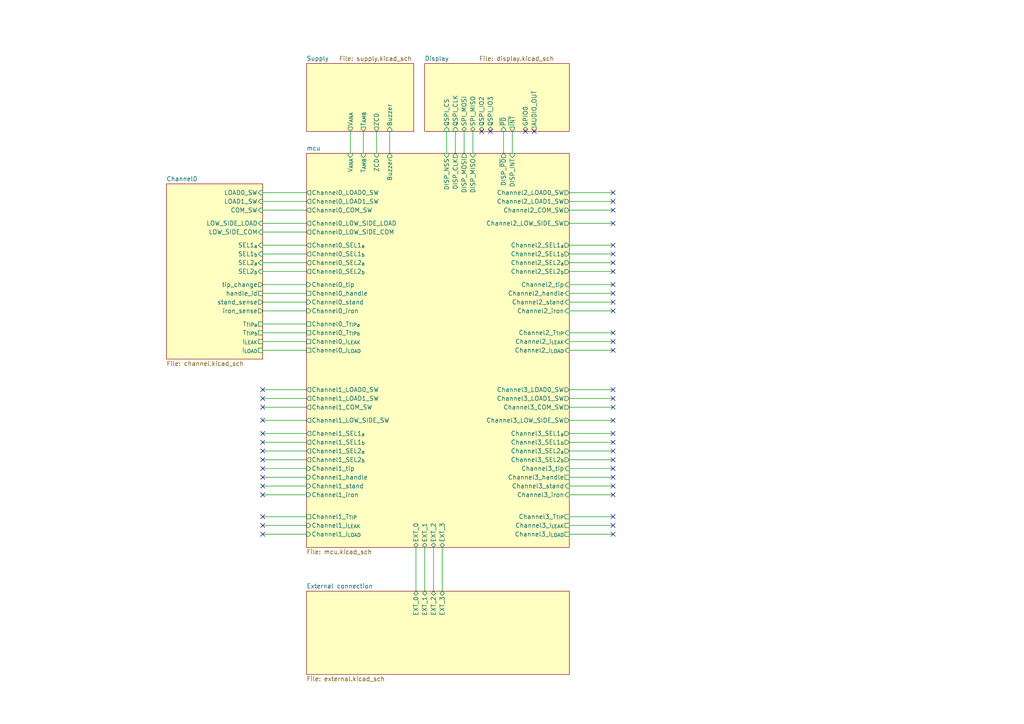
<source format=kicad_sch>
(kicad_sch
	(version 20231120)
	(generator "eeschema")
	(generator_version "8.0")
	(uuid "04e99464-bf33-4a4f-8397-d26b5ec904f3")
	(paper "A4")
	(lib_symbols)
	(no_connect
		(at 177.8 55.88)
		(uuid "05933aad-ec14-453c-a1d9-16c9fbd248e3")
	)
	(no_connect
		(at 177.8 90.17)
		(uuid "0655de07-e053-4467-a859-f1add6d4069b")
	)
	(no_connect
		(at 177.8 76.2)
		(uuid "1adf9922-5fec-49d0-9c72-2ec3337428eb")
	)
	(no_connect
		(at 76.2 152.4)
		(uuid "24d21659-ec83-4418-b514-d6654b769204")
	)
	(no_connect
		(at 76.2 140.97)
		(uuid "296eae09-d53a-4026-9dfc-88c68d08d02f")
	)
	(no_connect
		(at 76.2 130.81)
		(uuid "2b9d6b70-8155-4e5e-b64e-7f1a97e62b41")
	)
	(no_connect
		(at 177.8 85.09)
		(uuid "2c404209-ac8c-40bd-88f5-2bdfad5dfef3")
	)
	(no_connect
		(at 177.8 82.55)
		(uuid "3287e019-cb5d-4b73-ba8d-ba5bbdd374a9")
	)
	(no_connect
		(at 177.8 128.27)
		(uuid "3345a458-a8a8-4447-9118-403a5c239da6")
	)
	(no_connect
		(at 152.4 38.1)
		(uuid "40eab2e3-beb8-4107-9a4f-90bc7cbe186c")
	)
	(no_connect
		(at 177.8 78.74)
		(uuid "41edcf13-a4fd-431a-a90f-62352b8e56b6")
	)
	(no_connect
		(at 177.8 73.66)
		(uuid "43023b80-1c93-470e-8f26-f5a09e3745df")
	)
	(no_connect
		(at 139.7 38.1)
		(uuid "438502be-affa-4b56-b887-4ec44b7f8826")
	)
	(no_connect
		(at 76.2 121.92)
		(uuid "47a290c0-09a0-47b2-af4b-9b584ffac528")
	)
	(no_connect
		(at 76.2 125.73)
		(uuid "4a39fc56-5870-4814-9e15-19814545a5f4")
	)
	(no_connect
		(at 76.2 154.94)
		(uuid "4aa95b94-f0b2-4ad7-bb50-08c421fd664a")
	)
	(no_connect
		(at 177.8 99.06)
		(uuid "55a3fe45-88e4-4d75-9d24-6124c4e368e6")
	)
	(no_connect
		(at 76.2 118.11)
		(uuid "56dde760-99ba-4286-aba3-b02c1e481ad3")
	)
	(no_connect
		(at 177.8 87.63)
		(uuid "5703c8ea-78e7-4edf-a741-9c3b9a320590")
	)
	(no_connect
		(at 177.8 115.57)
		(uuid "57e0ddfe-e579-4bc3-929d-21a9b0284dd3")
	)
	(no_connect
		(at 177.8 60.96)
		(uuid "601cb7e9-ff6c-4376-a805-85d3c8cb4f18")
	)
	(no_connect
		(at 76.2 149.86)
		(uuid "608c297c-f3cb-4402-b9bd-516d98ef6c7c")
	)
	(no_connect
		(at 177.8 121.92)
		(uuid "63f13392-cf31-4ac5-8c0e-d42c3601deb8")
	)
	(no_connect
		(at 76.2 115.57)
		(uuid "66242b07-3254-4e24-86b7-0605c3ca6a3e")
	)
	(no_connect
		(at 177.8 125.73)
		(uuid "67be63cd-dfd4-4b92-921d-36e888f2756c")
	)
	(no_connect
		(at 177.8 140.97)
		(uuid "77501906-298a-4aa8-81dc-9625ab3f1d2a")
	)
	(no_connect
		(at 177.8 154.94)
		(uuid "7d4e041b-6061-482b-b1e8-23ae6d56c4c4")
	)
	(no_connect
		(at 177.8 138.43)
		(uuid "807a24db-d648-47aa-841a-093f1a3218fd")
	)
	(no_connect
		(at 177.8 71.12)
		(uuid "81f205f7-4f3f-4a85-aad9-23b84df31167")
	)
	(no_connect
		(at 177.8 143.51)
		(uuid "9823e46d-c687-4bb4-9a2c-fd3daa1bd577")
	)
	(no_connect
		(at 142.24 38.1)
		(uuid "9d5f37d3-e46d-46cb-9c46-27d44fe589b3")
	)
	(no_connect
		(at 76.2 143.51)
		(uuid "a24b6b05-2eb4-4150-bbed-fb6eabd9be44")
	)
	(no_connect
		(at 177.8 118.11)
		(uuid "a5e39ddd-12ab-4e8c-bcb3-f48db0288c24")
	)
	(no_connect
		(at 177.8 101.6)
		(uuid "adaa0b41-782c-41ee-9607-e62d8cec9a7e")
	)
	(no_connect
		(at 177.8 64.77)
		(uuid "b79866a6-9966-4215-8a6c-80de7f392129")
	)
	(no_connect
		(at 154.94 38.1)
		(uuid "b8501e99-037e-45fb-8361-84842c1ecdef")
	)
	(no_connect
		(at 177.8 149.86)
		(uuid "c3bd01fb-ff69-4361-a5e1-a2ea8feb6e9b")
	)
	(no_connect
		(at 76.2 133.35)
		(uuid "c4b620f0-b2d1-4b3f-8f6b-f8ed133c6f52")
	)
	(no_connect
		(at 177.8 135.89)
		(uuid "c5e49322-f3b9-460c-97ef-0c3f1f381464")
	)
	(no_connect
		(at 177.8 152.4)
		(uuid "c62e51dd-0db9-4a3a-a629-602817f73f21")
	)
	(no_connect
		(at 76.2 113.03)
		(uuid "d156703d-eb04-495e-9507-16bc45918569")
	)
	(no_connect
		(at 177.8 113.03)
		(uuid "d264818b-abcd-4ebe-9461-3790b545b829")
	)
	(no_connect
		(at 177.8 130.81)
		(uuid "d350a089-3103-40d0-a485-0d3107cfc6d8")
	)
	(no_connect
		(at 177.8 58.42)
		(uuid "dcf40791-4ba1-463b-882c-e9b2842a6ffd")
	)
	(no_connect
		(at 76.2 138.43)
		(uuid "ddb644e6-d18e-4493-b495-8ee176bf6f72")
	)
	(no_connect
		(at 76.2 135.89)
		(uuid "e9f2123f-d20f-46bb-ac1e-5b0c0785733a")
	)
	(no_connect
		(at 76.2 128.27)
		(uuid "faf7391f-b434-458d-9901-ff6786f3791b")
	)
	(no_connect
		(at 177.8 96.52)
		(uuid "fc830e71-a2b7-43ee-b199-d1a8669984ba")
	)
	(no_connect
		(at 177.8 133.35)
		(uuid "ff921946-eb17-4e40-b39a-12a8eba3038e")
	)
	(wire
		(pts
			(xy 76.2 121.92) (xy 88.9 121.92)
		)
		(stroke
			(width 0)
			(type default)
		)
		(uuid "08356c85-ed77-4910-9e53-f7fbf03ee10f")
	)
	(wire
		(pts
			(xy 165.1 101.6) (xy 177.8 101.6)
		)
		(stroke
			(width 0)
			(type default)
		)
		(uuid "0b44135d-2969-4fbf-909e-e6f22437c317")
	)
	(wire
		(pts
			(xy 165.1 143.51) (xy 177.8 143.51)
		)
		(stroke
			(width 0)
			(type default)
		)
		(uuid "0ecd73f8-2e98-4031-abea-a42fd5f1e20a")
	)
	(wire
		(pts
			(xy 165.1 130.81) (xy 177.8 130.81)
		)
		(stroke
			(width 0)
			(type default)
		)
		(uuid "1a7b9502-67a8-4378-a0ac-a060f78b6ea1")
	)
	(wire
		(pts
			(xy 76.2 113.03) (xy 88.9 113.03)
		)
		(stroke
			(width 0)
			(type default)
		)
		(uuid "1bf53775-a4f3-4dba-b278-dd52d05d7ddf")
	)
	(wire
		(pts
			(xy 76.2 64.77) (xy 88.9 64.77)
		)
		(stroke
			(width 0)
			(type default)
		)
		(uuid "1c74d963-14a0-4449-b9f2-c1360eb34b41")
	)
	(wire
		(pts
			(xy 123.19 158.75) (xy 123.19 171.45)
		)
		(stroke
			(width 0)
			(type default)
		)
		(uuid "20e0c068-3d02-421c-a1ba-4c53c73aed3e")
	)
	(wire
		(pts
			(xy 76.2 58.42) (xy 88.9 58.42)
		)
		(stroke
			(width 0)
			(type default)
		)
		(uuid "2f591bf3-b17d-4754-bd18-4410d453b53c")
	)
	(wire
		(pts
			(xy 165.1 96.52) (xy 177.8 96.52)
		)
		(stroke
			(width 0)
			(type default)
		)
		(uuid "318a3a43-4769-484b-ae9b-d550b945651a")
	)
	(wire
		(pts
			(xy 165.1 133.35) (xy 177.8 133.35)
		)
		(stroke
			(width 0)
			(type default)
		)
		(uuid "38affdc9-6e92-454f-b0c4-ef1ec6e2dfc6")
	)
	(wire
		(pts
			(xy 76.2 143.51) (xy 88.9 143.51)
		)
		(stroke
			(width 0)
			(type default)
		)
		(uuid "3a89b9cf-8dcf-489b-8456-6ac873f8de6c")
	)
	(wire
		(pts
			(xy 113.03 38.1) (xy 113.03 44.45)
		)
		(stroke
			(width 0)
			(type default)
		)
		(uuid "3fc9d6c5-7b7b-4f1c-a7bf-47786562dc61")
	)
	(wire
		(pts
			(xy 165.1 113.03) (xy 177.8 113.03)
		)
		(stroke
			(width 0)
			(type default)
		)
		(uuid "416cc922-df8a-4bf3-b3a1-f6db36b797f7")
	)
	(wire
		(pts
			(xy 105.41 38.1) (xy 105.41 44.45)
		)
		(stroke
			(width 0)
			(type default)
		)
		(uuid "42253e29-0911-457a-b9e7-e308896f756c")
	)
	(wire
		(pts
			(xy 146.05 38.1) (xy 146.05 44.45)
		)
		(stroke
			(width 0)
			(type default)
		)
		(uuid "453d40c3-1a0c-4a5c-b423-0f3f472b7035")
	)
	(wire
		(pts
			(xy 165.1 140.97) (xy 177.8 140.97)
		)
		(stroke
			(width 0)
			(type default)
		)
		(uuid "4764cc52-a2f1-429a-8faa-67fc03fe4412")
	)
	(wire
		(pts
			(xy 132.08 38.1) (xy 132.08 44.45)
		)
		(stroke
			(width 0)
			(type default)
		)
		(uuid "4d4f7833-0cc5-4941-9c5a-f238f5ce1987")
	)
	(wire
		(pts
			(xy 165.1 138.43) (xy 177.8 138.43)
		)
		(stroke
			(width 0)
			(type default)
		)
		(uuid "4e96ecc2-9f0c-46fc-bfdb-8b99fe50a0ba")
	)
	(wire
		(pts
			(xy 165.1 64.77) (xy 177.8 64.77)
		)
		(stroke
			(width 0)
			(type default)
		)
		(uuid "501a0998-93ff-4091-b9bf-0f5509221c00")
	)
	(wire
		(pts
			(xy 76.2 96.52) (xy 88.9 96.52)
		)
		(stroke
			(width 0)
			(type default)
		)
		(uuid "511778f2-b601-4e9b-8e83-4664ed24e635")
	)
	(wire
		(pts
			(xy 134.62 38.1) (xy 134.62 44.45)
		)
		(stroke
			(width 0)
			(type default)
		)
		(uuid "5467f1b6-8800-45b8-a139-88fa155a13aa")
	)
	(wire
		(pts
			(xy 165.1 60.96) (xy 177.8 60.96)
		)
		(stroke
			(width 0)
			(type default)
		)
		(uuid "58421438-439c-45bf-966b-cb451fc3aaa3")
	)
	(wire
		(pts
			(xy 129.54 38.1) (xy 129.54 44.45)
		)
		(stroke
			(width 0)
			(type default)
		)
		(uuid "5b487750-2af5-4969-8348-3e75783f020c")
	)
	(wire
		(pts
			(xy 165.1 87.63) (xy 177.8 87.63)
		)
		(stroke
			(width 0)
			(type default)
		)
		(uuid "63b4a0fe-1bbc-4076-ab87-112abe0c666c")
	)
	(wire
		(pts
			(xy 109.22 38.1) (xy 109.22 44.45)
		)
		(stroke
			(width 0)
			(type default)
		)
		(uuid "6bbc48d6-116c-45b3-8863-fdfcba39830c")
	)
	(wire
		(pts
			(xy 76.2 67.31) (xy 88.9 67.31)
		)
		(stroke
			(width 0)
			(type default)
		)
		(uuid "6d84120d-2c94-41fb-b432-81fabb77ce70")
	)
	(wire
		(pts
			(xy 165.1 125.73) (xy 177.8 125.73)
		)
		(stroke
			(width 0)
			(type default)
		)
		(uuid "6e789eb9-ff67-42b6-8259-79fe6c30f083")
	)
	(wire
		(pts
			(xy 165.1 128.27) (xy 177.8 128.27)
		)
		(stroke
			(width 0)
			(type default)
		)
		(uuid "7579d2f6-ce69-4954-b6c4-4becbd2d2bf6")
	)
	(wire
		(pts
			(xy 76.2 154.94) (xy 88.9 154.94)
		)
		(stroke
			(width 0)
			(type default)
		)
		(uuid "775285b6-a9c4-4905-80bf-26d03b2b45b6")
	)
	(wire
		(pts
			(xy 165.1 135.89) (xy 177.8 135.89)
		)
		(stroke
			(width 0)
			(type default)
		)
		(uuid "78e23ab1-c4d5-4359-b8a8-ecc411af86c2")
	)
	(wire
		(pts
			(xy 120.65 158.75) (xy 120.65 171.45)
		)
		(stroke
			(width 0)
			(type default)
		)
		(uuid "790fa518-deab-44df-896f-2ed10c83e2a4")
	)
	(wire
		(pts
			(xy 165.1 78.74) (xy 177.8 78.74)
		)
		(stroke
			(width 0)
			(type default)
		)
		(uuid "79a528af-dae1-4f5b-af75-2a839db488ca")
	)
	(wire
		(pts
			(xy 76.2 140.97) (xy 88.9 140.97)
		)
		(stroke
			(width 0)
			(type default)
		)
		(uuid "7ce4d6b2-cc2a-476d-9dea-39d6fc72be03")
	)
	(wire
		(pts
			(xy 101.6 38.1) (xy 101.6 44.45)
		)
		(stroke
			(width 0)
			(type default)
		)
		(uuid "7e563f55-d0e9-4285-a858-491bfbcb9817")
	)
	(wire
		(pts
			(xy 165.1 82.55) (xy 177.8 82.55)
		)
		(stroke
			(width 0)
			(type default)
		)
		(uuid "7ed505f2-a517-4ea5-ae16-c1dca41a393f")
	)
	(wire
		(pts
			(xy 76.2 71.12) (xy 88.9 71.12)
		)
		(stroke
			(width 0)
			(type default)
		)
		(uuid "8f24a7df-e9e6-4a9a-9979-a662e0a47b68")
	)
	(wire
		(pts
			(xy 76.2 135.89) (xy 88.9 135.89)
		)
		(stroke
			(width 0)
			(type default)
		)
		(uuid "8fb98f4a-f646-4996-8e1a-ca1d61cc34b2")
	)
	(wire
		(pts
			(xy 76.2 149.86) (xy 88.9 149.86)
		)
		(stroke
			(width 0)
			(type default)
		)
		(uuid "918b3c5c-aac2-4c53-8bdd-870b861424cc")
	)
	(wire
		(pts
			(xy 165.1 85.09) (xy 177.8 85.09)
		)
		(stroke
			(width 0)
			(type default)
		)
		(uuid "91acf471-f81c-46ab-97e2-354544717509")
	)
	(wire
		(pts
			(xy 76.2 93.98) (xy 88.9 93.98)
		)
		(stroke
			(width 0)
			(type default)
		)
		(uuid "91bd4844-cc79-4fe2-bc27-1c7bca40a22e")
	)
	(wire
		(pts
			(xy 76.2 85.09) (xy 88.9 85.09)
		)
		(stroke
			(width 0)
			(type default)
		)
		(uuid "91d6ace4-ec93-4598-81c6-d6f69910c383")
	)
	(wire
		(pts
			(xy 165.1 152.4) (xy 177.8 152.4)
		)
		(stroke
			(width 0)
			(type default)
		)
		(uuid "94284ded-2a83-4965-89e5-da79473cd760")
	)
	(wire
		(pts
			(xy 76.2 78.74) (xy 88.9 78.74)
		)
		(stroke
			(width 0)
			(type default)
		)
		(uuid "9ae6b891-ebdb-4155-b7f5-bce624eaa647")
	)
	(wire
		(pts
			(xy 76.2 55.88) (xy 88.9 55.88)
		)
		(stroke
			(width 0)
			(type default)
		)
		(uuid "9de493ef-8898-4424-8ee1-4930d8bb178b")
	)
	(wire
		(pts
			(xy 165.1 118.11) (xy 177.8 118.11)
		)
		(stroke
			(width 0)
			(type default)
		)
		(uuid "a1c9e634-327a-4a52-a38d-a47b4948eeb9")
	)
	(wire
		(pts
			(xy 165.1 115.57) (xy 177.8 115.57)
		)
		(stroke
			(width 0)
			(type default)
		)
		(uuid "a3a99ab0-717c-404d-bb74-724b6471d0c3")
	)
	(wire
		(pts
			(xy 128.27 158.75) (xy 128.27 171.45)
		)
		(stroke
			(width 0)
			(type default)
		)
		(uuid "a529e00c-646b-4ae5-a406-14a372bf53c1")
	)
	(wire
		(pts
			(xy 76.2 87.63) (xy 88.9 87.63)
		)
		(stroke
			(width 0)
			(type default)
		)
		(uuid "a53e69cc-46ea-4bff-a3b0-2b82bb7a9b4c")
	)
	(wire
		(pts
			(xy 76.2 138.43) (xy 88.9 138.43)
		)
		(stroke
			(width 0)
			(type default)
		)
		(uuid "a7027fad-c2ba-42fd-a4e6-e29f9238743d")
	)
	(wire
		(pts
			(xy 165.1 149.86) (xy 177.8 149.86)
		)
		(stroke
			(width 0)
			(type default)
		)
		(uuid "af09eae1-0638-43cb-8221-bd10071504e9")
	)
	(wire
		(pts
			(xy 165.1 99.06) (xy 177.8 99.06)
		)
		(stroke
			(width 0)
			(type default)
		)
		(uuid "b259f090-0a8e-4b30-b834-311da4a66e58")
	)
	(wire
		(pts
			(xy 76.2 133.35) (xy 88.9 133.35)
		)
		(stroke
			(width 0)
			(type default)
		)
		(uuid "b69434d2-e6c5-44e7-b7f7-449841399db3")
	)
	(wire
		(pts
			(xy 76.2 76.2) (xy 88.9 76.2)
		)
		(stroke
			(width 0)
			(type default)
		)
		(uuid "b76c0e64-6268-4ad5-8f4e-d02fa8520645")
	)
	(wire
		(pts
			(xy 76.2 82.55) (xy 88.9 82.55)
		)
		(stroke
			(width 0)
			(type default)
		)
		(uuid "b96ec159-2486-4c18-ae1c-1718d8bf01d7")
	)
	(wire
		(pts
			(xy 76.2 152.4) (xy 88.9 152.4)
		)
		(stroke
			(width 0)
			(type default)
		)
		(uuid "bdd0036c-6b64-46a1-b0af-235db89f94d5")
	)
	(wire
		(pts
			(xy 165.1 90.17) (xy 177.8 90.17)
		)
		(stroke
			(width 0)
			(type default)
		)
		(uuid "be73ecff-28d8-4219-8333-ebb5ea86ccfb")
	)
	(wire
		(pts
			(xy 76.2 99.06) (xy 88.9 99.06)
		)
		(stroke
			(width 0)
			(type default)
		)
		(uuid "c4b0b0bc-8954-4bd9-aa77-42d784c3c6a9")
	)
	(wire
		(pts
			(xy 76.2 115.57) (xy 88.9 115.57)
		)
		(stroke
			(width 0)
			(type default)
		)
		(uuid "c9afc993-7647-4fe6-a45b-279ed42e9333")
	)
	(wire
		(pts
			(xy 76.2 130.81) (xy 88.9 130.81)
		)
		(stroke
			(width 0)
			(type default)
		)
		(uuid "cb47a779-7d7f-46f3-a604-c5101d8ae6b5")
	)
	(wire
		(pts
			(xy 76.2 73.66) (xy 88.9 73.66)
		)
		(stroke
			(width 0)
			(type default)
		)
		(uuid "d6f7ff65-3f80-473d-851b-064a261b4ad0")
	)
	(wire
		(pts
			(xy 76.2 118.11) (xy 88.9 118.11)
		)
		(stroke
			(width 0)
			(type default)
		)
		(uuid "d774fc99-488b-4533-920b-c9eb03a7686f")
	)
	(wire
		(pts
			(xy 165.1 55.88) (xy 177.8 55.88)
		)
		(stroke
			(width 0)
			(type default)
		)
		(uuid "dd275640-9db6-42d1-891f-f12350aad32d")
	)
	(wire
		(pts
			(xy 165.1 154.94) (xy 177.8 154.94)
		)
		(stroke
			(width 0)
			(type default)
		)
		(uuid "de1419ca-0708-4790-bb9a-44cb66d69516")
	)
	(wire
		(pts
			(xy 165.1 76.2) (xy 177.8 76.2)
		)
		(stroke
			(width 0)
			(type default)
		)
		(uuid "e5955e10-f45c-4320-ad58-92232023b209")
	)
	(wire
		(pts
			(xy 125.73 158.75) (xy 125.73 171.45)
		)
		(stroke
			(width 0)
			(type default)
		)
		(uuid "e6b284ea-69ba-4977-88db-f3ed1e4eabc0")
	)
	(wire
		(pts
			(xy 76.2 60.96) (xy 88.9 60.96)
		)
		(stroke
			(width 0)
			(type default)
		)
		(uuid "e83766a0-de34-4302-b002-54ceba0398d3")
	)
	(wire
		(pts
			(xy 165.1 73.66) (xy 177.8 73.66)
		)
		(stroke
			(width 0)
			(type default)
		)
		(uuid "eafdc5b1-ff64-46ed-a8c7-1231127ef43f")
	)
	(wire
		(pts
			(xy 76.2 125.73) (xy 88.9 125.73)
		)
		(stroke
			(width 0)
			(type default)
		)
		(uuid "ec602d38-eb6a-46f3-ba96-b19f4ce825d2")
	)
	(wire
		(pts
			(xy 148.59 38.1) (xy 148.59 44.45)
		)
		(stroke
			(width 0)
			(type default)
		)
		(uuid "ecd6a871-2c75-4253-b8e5-8884ccdfd4dc")
	)
	(wire
		(pts
			(xy 165.1 71.12) (xy 177.8 71.12)
		)
		(stroke
			(width 0)
			(type default)
		)
		(uuid "ed7f0aeb-1202-427d-8067-193ccacae649")
	)
	(wire
		(pts
			(xy 165.1 58.42) (xy 177.8 58.42)
		)
		(stroke
			(width 0)
			(type default)
		)
		(uuid "ef28b21b-7137-4118-b838-187aa33a047b")
	)
	(wire
		(pts
			(xy 76.2 90.17) (xy 88.9 90.17)
		)
		(stroke
			(width 0)
			(type default)
		)
		(uuid "f31e8181-c7c0-4185-b45e-d11e507163ff")
	)
	(wire
		(pts
			(xy 76.2 128.27) (xy 88.9 128.27)
		)
		(stroke
			(width 0)
			(type default)
		)
		(uuid "f3ab24f5-0396-4574-ba7c-b226ce07e1d7")
	)
	(wire
		(pts
			(xy 76.2 101.6) (xy 88.9 101.6)
		)
		(stroke
			(width 0)
			(type default)
		)
		(uuid "f99b672a-48a2-4990-b823-c6b5ec625995")
	)
	(wire
		(pts
			(xy 137.16 38.1) (xy 137.16 44.45)
		)
		(stroke
			(width 0)
			(type default)
		)
		(uuid "fd646afd-df19-4529-b9d2-421a79465ca0")
	)
	(wire
		(pts
			(xy 165.1 121.92) (xy 177.8 121.92)
		)
		(stroke
			(width 0)
			(type default)
		)
		(uuid "fdbeff91-88c6-4b07-865c-d8f24beb0a0e")
	)
	(sheet
		(at 88.9 18.415)
		(size 31.115 19.685)
		(stroke
			(width 0.1524)
			(type solid)
		)
		(fill
			(color 255 255 194 1.0000)
		)
		(uuid "1f74b07f-4a28-48ba-be90-ad5de8d466f3")
		(property "Sheetname" "Supply"
			(at 88.9 17.7034 0)
			(effects
				(font
					(size 1.27 1.27)
				)
				(justify left bottom)
			)
		)
		(property "Sheetfile" "supply.kicad_sch"
			(at 98.298 16.256 0)
			(effects
				(font
					(size 1.27 1.27)
				)
				(justify left top)
			)
		)
		(pin "Buzzer" input
			(at 113.03 38.1 270)
			(effects
				(font
					(size 1.27 1.27)
				)
				(justify left)
			)
			(uuid "0bf74db9-5135-4e12-8a83-dbc312a4caee")
		)
		(pin "V_{ANA}" output
			(at 101.6 38.1 270)
			(effects
				(font
					(size 1.27 1.27)
				)
				(justify left)
			)
			(uuid "c86d22a1-8049-47fc-a121-5841db22721e")
		)
		(pin "ZCD" output
			(at 109.22 38.1 270)
			(effects
				(font
					(size 1.27 1.27)
				)
				(justify left)
			)
			(uuid "69f05bc2-8e45-4bdd-8616-8b995e89c223")
		)
		(pin "T_{AMB}" output
			(at 105.41 38.1 270)
			(effects
				(font
					(size 1.27 1.27)
				)
				(justify left)
			)
			(uuid "bb716f95-db8e-4ca0-8a4d-4fbcb71b2c4a")
		)
		(instances
			(project "SolderOtto"
				(path "/04e99464-bf33-4a4f-8397-d26b5ec904f3"
					(page "2")
				)
			)
		)
	)
	(sheet
		(at 48.26 53.34)
		(size 27.94 50.8)
		(fields_autoplaced yes)
		(stroke
			(width 0.1524)
			(type solid)
		)
		(fill
			(color 255 255 194 1.0000)
		)
		(uuid "57a4c2b0-a7ab-4dc9-9bcc-6bd7e1b882d1")
		(property "Sheetname" "Channel0"
			(at 48.26 52.6284 0)
			(effects
				(font
					(size 1.27 1.27)
				)
				(justify left bottom)
			)
		)
		(property "Sheetfile" "channel.kicad_sch"
			(at 48.26 104.7246 0)
			(effects
				(font
					(size 1.27 1.27)
				)
				(justify left top)
			)
		)
		(pin "I_{LEAK}" passive
			(at 76.2 99.06 0)
			(effects
				(font
					(size 1.27 1.27)
				)
				(justify right)
			)
			(uuid "03914802-6869-4a31-8086-88fe2a179d8e")
		)
		(pin "I_{LOAD}" passive
			(at 76.2 101.6 0)
			(effects
				(font
					(size 1.27 1.27)
				)
				(justify right)
			)
			(uuid "1a050403-182f-4306-9de3-29bc43e959df")
		)
		(pin "iron_sense" output
			(at 76.2 90.17 0)
			(effects
				(font
					(size 1.27 1.27)
				)
				(justify right)
			)
			(uuid "cbe4d5aa-12bb-44f0-8b67-b1116f3b44c1")
		)
		(pin "tip_change" output
			(at 76.2 82.55 0)
			(effects
				(font
					(size 1.27 1.27)
				)
				(justify right)
			)
			(uuid "bb26a054-fb21-40b9-a9d4-ba6b0f24a661")
		)
		(pin "handle_id" passive
			(at 76.2 85.09 0)
			(effects
				(font
					(size 1.27 1.27)
				)
				(justify right)
			)
			(uuid "a76122fd-8fa0-473d-ab9b-4a77ee9000db")
		)
		(pin "stand_sense" output
			(at 76.2 87.63 0)
			(effects
				(font
					(size 1.27 1.27)
				)
				(justify right)
			)
			(uuid "2a433268-92e5-4373-8469-e2e2a98856aa")
		)
		(pin "LOAD0_SW" input
			(at 76.2 55.88 0)
			(effects
				(font
					(size 1.27 1.27)
				)
				(justify right)
			)
			(uuid "0712f1e8-f643-4f4a-938d-e102d4bf6ff7")
		)
		(pin "LOAD1_SW" input
			(at 76.2 58.42 0)
			(effects
				(font
					(size 1.27 1.27)
				)
				(justify right)
			)
			(uuid "0862ce59-1e73-4e9b-903c-b1cd7ef6b7f9")
		)
		(pin "COM_SW" input
			(at 76.2 60.96 0)
			(effects
				(font
					(size 1.27 1.27)
				)
				(justify right)
			)
			(uuid "6665ce5b-b838-455a-ac96-f45e6ca17258")
		)
		(pin "LOW_SIDE_LOAD" input
			(at 76.2 64.77 0)
			(effects
				(font
					(size 1.27 1.27)
				)
				(justify right)
			)
			(uuid "61eb77e8-2042-41d6-a785-901c054339db")
		)
		(pin "LOW_SIDE_COM" input
			(at 76.2 67.31 0)
			(effects
				(font
					(size 1.27 1.27)
				)
				(justify right)
			)
			(uuid "18780026-527f-4c5b-aa49-bb77598f8246")
		)
		(pin "SEL1_{b}" input
			(at 76.2 73.66 0)
			(effects
				(font
					(size 1.27 1.27)
				)
				(justify right)
			)
			(uuid "a74c7f2f-54a7-4776-8b56-56aa207e3a4e")
		)
		(pin "SEL1_{a}" input
			(at 76.2 71.12 0)
			(effects
				(font
					(size 1.27 1.27)
				)
				(justify right)
			)
			(uuid "bd850421-8eb8-42ae-b7e6-681fe8a44b44")
		)
		(pin "SEL2_{a}" input
			(at 76.2 76.2 0)
			(effects
				(font
					(size 1.27 1.27)
				)
				(justify right)
			)
			(uuid "63ba7044-88aa-49cc-bb7a-234e6fe3f7ae")
		)
		(pin "SEL2_{b}" input
			(at 76.2 78.74 0)
			(effects
				(font
					(size 1.27 1.27)
				)
				(justify right)
			)
			(uuid "b74193c3-aeca-4b4c-a101-1a541eeae2fb")
		)
		(pin "T_{TIP}_{a}" passive
			(at 76.2 93.98 0)
			(effects
				(font
					(size 1.27 1.27)
				)
				(justify right)
			)
			(uuid "abc3d416-39b0-4f21-8c12-e069f5e00263")
		)
		(pin "T_{TIP}_{b}" passive
			(at 76.2 96.52 0)
			(effects
				(font
					(size 1.27 1.27)
				)
				(justify right)
			)
			(uuid "96ce5961-2da9-438c-95d3-2b3fd01be7da")
		)
		(instances
			(project "SolderOtto"
				(path "/04e99464-bf33-4a4f-8397-d26b5ec904f3"
					(page "6")
				)
			)
		)
	)
	(sheet
		(at 88.9 44.45)
		(size 76.2 114.3)
		(fields_autoplaced yes)
		(stroke
			(width 0.1524)
			(type solid)
		)
		(fill
			(color 255 255 194 1.0000)
		)
		(uuid "884179ac-e5b2-4774-935d-cb1e08eb2d75")
		(property "Sheetname" "mcu"
			(at 88.9 43.7384 0)
			(effects
				(font
					(size 1.27 1.27)
				)
				(justify left bottom)
			)
		)
		(property "Sheetfile" "mcu.kicad_sch"
			(at 88.9 159.3346 0)
			(effects
				(font
					(size 1.27 1.27)
				)
				(justify left top)
			)
		)
		(pin "ZCD" input
			(at 109.22 44.45 90)
			(effects
				(font
					(size 1.27 1.27)
				)
				(justify right)
			)
			(uuid "d0798d34-1858-4d1e-b2c3-d3bfe02745e1")
		)
		(pin "V_{ANA}" input
			(at 101.6 44.45 90)
			(effects
				(font
					(size 1.27 1.27)
				)
				(justify right)
			)
			(uuid "949d7178-83d9-4391-8c93-ce6a2481cbcc")
		)
		(pin "T_{AMB}" input
			(at 105.41 44.45 90)
			(effects
				(font
					(size 1.27 1.27)
				)
				(justify right)
			)
			(uuid "a2506c42-6026-40a0-a5ee-783175a0734d")
		)
		(pin "Buzzer" output
			(at 113.03 44.45 90)
			(effects
				(font
					(size 1.27 1.27)
				)
				(justify right)
			)
			(uuid "11e4210a-7fe0-4bfb-9946-6008d658f870")
		)
		(pin "DISP_MISO" input
			(at 137.16 44.45 90)
			(effects
				(font
					(size 1.27 1.27)
				)
				(justify right)
			)
			(uuid "aae04b70-ef37-4a1e-8323-3c4df2a73987")
		)
		(pin "DISP_CLK" output
			(at 132.08 44.45 90)
			(effects
				(font
					(size 1.27 1.27)
				)
				(justify right)
			)
			(uuid "2eec7420-d317-4c1a-aff4-0cf2a78459e4")
		)
		(pin "DISP_NSS" input
			(at 129.54 44.45 90)
			(effects
				(font
					(size 1.27 1.27)
				)
				(justify right)
			)
			(uuid "56d9bec0-c5ae-4a96-9a20-a0ee04a34e6c")
		)
		(pin "DISP_MOSI" output
			(at 134.62 44.45 90)
			(effects
				(font
					(size 1.27 1.27)
				)
				(justify right)
			)
			(uuid "bd8700d7-9b3a-4077-8cbd-7840406512e8")
		)
		(pin "DISP_~{PD}" output
			(at 146.05 44.45 90)
			(effects
				(font
					(size 1.27 1.27)
				)
				(justify right)
			)
			(uuid "f586d181-12f6-43fd-91f9-34fd4e1abef1")
		)
		(pin "DISP_INT" input
			(at 148.59 44.45 90)
			(effects
				(font
					(size 1.27 1.27)
				)
				(justify right)
			)
			(uuid "c1298e49-a231-4eba-9768-276f84379759")
		)
		(pin "Channel1_LOAD1_SW" output
			(at 88.9 115.57 180)
			(effects
				(font
					(size 1.27 1.27)
				)
				(justify left)
			)
			(uuid "980f2b2c-a863-47ec-8174-ca2308728bb6")
		)
		(pin "Channel2_LOAD0_SW" output
			(at 165.1 55.88 0)
			(effects
				(font
					(size 1.27 1.27)
				)
				(justify right)
			)
			(uuid "ba5b094b-be64-48d6-8de3-511c3c8b355b")
		)
		(pin "Channel2_LOAD1_SW" output
			(at 165.1 58.42 0)
			(effects
				(font
					(size 1.27 1.27)
				)
				(justify right)
			)
			(uuid "0858ad7a-4bd0-4e63-920b-12a02aa9dca0")
		)
		(pin "Channel2_handle" input
			(at 165.1 85.09 0)
			(effects
				(font
					(size 1.27 1.27)
				)
				(justify right)
			)
			(uuid "79f94c4b-54a6-47eb-880a-b4a0c5e1f119")
		)
		(pin "Channel2_T_{TIP}" input
			(at 165.1 96.52 0)
			(effects
				(font
					(size 1.27 1.27)
				)
				(justify right)
			)
			(uuid "551d0993-6638-471d-951c-683b94ba8039")
		)
		(pin "Channel2_stand" input
			(at 165.1 87.63 0)
			(effects
				(font
					(size 1.27 1.27)
				)
				(justify right)
			)
			(uuid "7439b779-b71a-4994-9140-c2a221b63b4c")
		)
		(pin "Channel2_I_{LOAD}" input
			(at 165.1 101.6 0)
			(effects
				(font
					(size 1.27 1.27)
				)
				(justify right)
			)
			(uuid "3271086d-8fbc-48c3-b9a7-16155225e389")
		)
		(pin "Channel2_LOW_SIDE_SW" output
			(at 165.1 64.77 0)
			(effects
				(font
					(size 1.27 1.27)
				)
				(justify right)
			)
			(uuid "5832c117-698e-4966-bda7-38bf186531a3")
		)
		(pin "Channel2_COM_SW" output
			(at 165.1 60.96 0)
			(effects
				(font
					(size 1.27 1.27)
				)
				(justify right)
			)
			(uuid "26c211aa-cfa4-45cd-a380-1043553780d9")
		)
		(pin "Channel1_stand" input
			(at 88.9 140.97 180)
			(effects
				(font
					(size 1.27 1.27)
				)
				(justify left)
			)
			(uuid "572cfab5-1596-4a52-9b51-4495dc397a91")
		)
		(pin "Channel1_iron" input
			(at 88.9 143.51 180)
			(effects
				(font
					(size 1.27 1.27)
				)
				(justify left)
			)
			(uuid "12cbd3c1-e07d-4166-8952-173b75c8bfb6")
		)
		(pin "Channel1_tip" input
			(at 88.9 135.89 180)
			(effects
				(font
					(size 1.27 1.27)
				)
				(justify left)
			)
			(uuid "e6aefe7b-bae3-4133-ae55-bf96aa5012ce")
		)
		(pin "Channel0_LOAD0_SW" output
			(at 88.9 55.88 180)
			(effects
				(font
					(size 1.27 1.27)
				)
				(justify left)
			)
			(uuid "872d3305-6cb6-435b-a42c-ea3b0530756e")
		)
		(pin "Channel0_LOAD1_SW" output
			(at 88.9 58.42 180)
			(effects
				(font
					(size 1.27 1.27)
				)
				(justify left)
			)
			(uuid "451cf595-89ca-41b9-b9c0-cde503059255")
		)
		(pin "Channel0_COM_SW" output
			(at 88.9 60.96 180)
			(effects
				(font
					(size 1.27 1.27)
				)
				(justify left)
			)
			(uuid "cbca11aa-c1e8-4093-8424-7eac6cc1c13b")
		)
		(pin "Channel0_I_{LEAK}" passive
			(at 88.9 99.06 180)
			(effects
				(font
					(size 1.27 1.27)
				)
				(justify left)
			)
			(uuid "97a9d684-42be-4eb9-b9be-2917f2544fd3")
		)
		(pin "Channel0_I_{LOAD}" passive
			(at 88.9 101.6 180)
			(effects
				(font
					(size 1.27 1.27)
				)
				(justify left)
			)
			(uuid "87457114-9d0c-418d-8e28-3754088bfdd7")
		)
		(pin "Channel0_handle" passive
			(at 88.9 85.09 180)
			(effects
				(font
					(size 1.27 1.27)
				)
				(justify left)
			)
			(uuid "ffef1d3a-43af-45bd-96b3-1bfaf09a7163")
		)
		(pin "Channel2_tip" input
			(at 165.1 82.55 0)
			(effects
				(font
					(size 1.27 1.27)
				)
				(justify right)
			)
			(uuid "86199a74-03eb-4cf6-a11f-7d1ca99cfc44")
		)
		(pin "Channel1_LOW_SIDE_SW" output
			(at 88.9 121.92 180)
			(effects
				(font
					(size 1.27 1.27)
				)
				(justify left)
			)
			(uuid "ef435bcd-544d-4f32-b465-452c12c188d7")
		)
		(pin "Channel2_iron" input
			(at 165.1 90.17 0)
			(effects
				(font
					(size 1.27 1.27)
				)
				(justify right)
			)
			(uuid "d2cf8cc1-f9d7-41d0-a315-47e668c0a8e9")
		)
		(pin "Channel2_I_{LEAK}" input
			(at 165.1 99.06 0)
			(effects
				(font
					(size 1.27 1.27)
				)
				(justify right)
			)
			(uuid "5352986a-4ccf-4ac4-99a6-405c1cac098d")
		)
		(pin "Channel0_stand" input
			(at 88.9 87.63 180)
			(effects
				(font
					(size 1.27 1.27)
				)
				(justify left)
			)
			(uuid "4c8f82fd-a67b-44b3-907e-2c2c4173b5cf")
		)
		(pin "Channel0_iron" input
			(at 88.9 90.17 180)
			(effects
				(font
					(size 1.27 1.27)
				)
				(justify left)
			)
			(uuid "12383d0c-8319-4de5-9868-11e79ce342c6")
		)
		(pin "Channel0_tip" input
			(at 88.9 82.55 180)
			(effects
				(font
					(size 1.27 1.27)
				)
				(justify left)
			)
			(uuid "57159eb7-cf85-455a-8fd0-35929e947d3d")
		)
		(pin "Channel1_T_{TIP}" passive
			(at 88.9 149.86 180)
			(effects
				(font
					(size 1.27 1.27)
				)
				(justify left)
			)
			(uuid "b421f44d-493e-4077-bd03-ccc16c03aab3")
		)
		(pin "Channel1_I_{LEAK}" input
			(at 88.9 152.4 180)
			(effects
				(font
					(size 1.27 1.27)
				)
				(justify left)
			)
			(uuid "9a5c35e6-c129-4b5f-85fa-e8b74b842a5d")
		)
		(pin "Channel1_handle" input
			(at 88.9 138.43 180)
			(effects
				(font
					(size 1.27 1.27)
				)
				(justify left)
			)
			(uuid "e0b3ce67-9f58-41c4-9414-435c3cc233ce")
		)
		(pin "Channel1_I_{LOAD}" input
			(at 88.9 154.94 180)
			(effects
				(font
					(size 1.27 1.27)
				)
				(justify left)
			)
			(uuid "c2b4f192-6171-4300-a118-685f3625aa0c")
		)
		(pin "Channel1_COM_SW" output
			(at 88.9 118.11 180)
			(effects
				(font
					(size 1.27 1.27)
				)
				(justify left)
			)
			(uuid "928c2448-18e9-45ff-ba91-46bfdf2d5f35")
		)
		(pin "Channel1_LOAD0_SW" output
			(at 88.9 113.03 180)
			(effects
				(font
					(size 1.27 1.27)
				)
				(justify left)
			)
			(uuid "b5c5a980-8bd9-4ad6-b1d5-8b99f0a82f98")
		)
		(pin "Channel3_COM_SW" output
			(at 165.1 118.11 0)
			(effects
				(font
					(size 1.27 1.27)
				)
				(justify right)
			)
			(uuid "599d94e6-c242-4a14-afb4-fec75266291d")
		)
		(pin "Channel3_LOAD1_SW" output
			(at 165.1 115.57 0)
			(effects
				(font
					(size 1.27 1.27)
				)
				(justify right)
			)
			(uuid "9aca1385-ee9e-4e04-a0b4-f459587f4ebd")
		)
		(pin "Channel3_LOW_SIDE_SW" output
			(at 165.1 121.92 0)
			(effects
				(font
					(size 1.27 1.27)
				)
				(justify right)
			)
			(uuid "c91cdebe-1712-42c3-b2a2-902f467b1dbc")
		)
		(pin "Channel3_LOAD0_SW" output
			(at 165.1 113.03 0)
			(effects
				(font
					(size 1.27 1.27)
				)
				(justify right)
			)
			(uuid "54d38b7a-617e-489b-be66-bb69d70c5f62")
		)
		(pin "Channel3_iron" input
			(at 165.1 143.51 0)
			(effects
				(font
					(size 1.27 1.27)
				)
				(justify right)
			)
			(uuid "d1774077-0911-489b-8506-13cb2d4c6b60")
		)
		(pin "Channel3_stand" input
			(at 165.1 140.97 0)
			(effects
				(font
					(size 1.27 1.27)
				)
				(justify right)
			)
			(uuid "1f75149c-139d-434b-a89c-86066ee52601")
		)
		(pin "Channel3_tip" input
			(at 165.1 135.89 0)
			(effects
				(font
					(size 1.27 1.27)
				)
				(justify right)
			)
			(uuid "4bc13603-402c-4c3f-abb0-f3b6ac49e4ab")
		)
		(pin "Channel3_handle" passive
			(at 165.1 138.43 0)
			(effects
				(font
					(size 1.27 1.27)
				)
				(justify right)
			)
			(uuid "3610c374-6030-4f50-8e7f-36c363d0e213")
		)
		(pin "Channel3_I_{LEAK}" passive
			(at 165.1 152.4 0)
			(effects
				(font
					(size 1.27 1.27)
				)
				(justify right)
			)
			(uuid "3ac91f8b-ca69-4a86-b337-faff19bdd8ef")
		)
		(pin "Channel3_I_{LOAD}" passive
			(at 165.1 154.94 0)
			(effects
				(font
					(size 1.27 1.27)
				)
				(justify right)
			)
			(uuid "0cedaa79-390e-4982-b43a-f99977f65191")
		)
		(pin "Channel3_T_{TIP}" passive
			(at 165.1 149.86 0)
			(effects
				(font
					(size 1.27 1.27)
				)
				(justify right)
			)
			(uuid "33582790-0fc7-4de5-95e5-96aa754e50e7")
		)
		(pin "EXT_3" bidirectional
			(at 128.27 158.75 270)
			(effects
				(font
					(size 1.27 1.27)
				)
				(justify left)
			)
			(uuid "72c5231c-572d-4b4a-a555-7f78b8eb5ab8")
		)
		(pin "EXT_1" bidirectional
			(at 123.19 158.75 270)
			(effects
				(font
					(size 1.27 1.27)
				)
				(justify left)
			)
			(uuid "9007bf73-8e90-4d46-b49f-09e955745671")
		)
		(pin "EXT_0" bidirectional
			(at 120.65 158.75 270)
			(effects
				(font
					(size 1.27 1.27)
				)
				(justify left)
			)
			(uuid "b7f5187c-8a6f-4f12-bc88-762fbc501ade")
		)
		(pin "EXT_2" bidirectional
			(at 125.73 158.75 270)
			(effects
				(font
					(size 1.27 1.27)
				)
				(justify left)
			)
			(uuid "3b5ae214-99e1-454a-8057-726d326b4dfc")
		)
		(pin "Channel0_LOW_SIDE_COM" output
			(at 88.9 67.31 180)
			(effects
				(font
					(size 1.27 1.27)
				)
				(justify left)
			)
			(uuid "973bf7a6-da1e-4241-bdcf-12f9736189a3")
		)
		(pin "Channel0_LOW_SIDE_LOAD" output
			(at 88.9 64.77 180)
			(effects
				(font
					(size 1.27 1.27)
				)
				(justify left)
			)
			(uuid "e007ca85-1dd3-4906-8c83-c173d3d30312")
		)
		(pin "Channel0_SEL1_{a}" output
			(at 88.9 71.12 180)
			(effects
				(font
					(size 1.27 1.27)
				)
				(justify left)
			)
			(uuid "4b56d34e-73a9-4b67-9534-4707e5651c15")
		)
		(pin "Channel0_SEL1_{b}" output
			(at 88.9 73.66 180)
			(effects
				(font
					(size 1.27 1.27)
				)
				(justify left)
			)
			(uuid "5d107dd6-6b7b-43d3-8265-2a43f54dc710")
		)
		(pin "Channel0_SEL2_{a}" output
			(at 88.9 76.2 180)
			(effects
				(font
					(size 1.27 1.27)
				)
				(justify left)
			)
			(uuid "9ed25e4b-df1a-4ff9-a5b4-19eb137b9142")
		)
		(pin "Channel0_SEL2_{b}" output
			(at 88.9 78.74 180)
			(effects
				(font
					(size 1.27 1.27)
				)
				(justify left)
			)
			(uuid "7ddd9f11-10d2-4d56-8ea1-bd1a20e6057f")
		)
		(pin "Channel2_SEL2_{a}" output
			(at 165.1 76.2 0)
			(effects
				(font
					(size 1.27 1.27)
				)
				(justify right)
			)
			(uuid "7b5d30f1-2828-4b8d-8a0c-e4bf6156ed4b")
		)
		(pin "Channel2_SEL2_{b}" output
			(at 165.1 78.74 0)
			(effects
				(font
					(size 1.27 1.27)
				)
				(justify right)
			)
			(uuid "363157b2-b482-492c-bf9c-9dc050d0e33a")
		)
		(pin "Channel2_SEL1_{b}" output
			(at 165.1 73.66 0)
			(effects
				(font
					(size 1.27 1.27)
				)
				(justify right)
			)
			(uuid "188d160a-3129-4b91-bcda-cd0a3eb5f3c0")
		)
		(pin "Channel3_SEL1_{a}" output
			(at 165.1 125.73 0)
			(effects
				(font
					(size 1.27 1.27)
				)
				(justify right)
			)
			(uuid "164254e8-1e58-4ec0-8a09-f848d50e83b6")
		)
		(pin "Channel3_SEL2_{b}" output
			(at 165.1 133.35 0)
			(effects
				(font
					(size 1.27 1.27)
				)
				(justify right)
			)
			(uuid "d4792bf7-0ee7-4066-9876-e4925a6341dc")
		)
		(pin "Channel3_SEL1_{b}" output
			(at 165.1 128.27 0)
			(effects
				(font
					(size 1.27 1.27)
				)
				(justify right)
			)
			(uuid "634c485e-a4c0-46f0-9e3b-aed79915166f")
		)
		(pin "Channel3_SEL2_{a}" output
			(at 165.1 130.81 0)
			(effects
				(font
					(size 1.27 1.27)
				)
				(justify right)
			)
			(uuid "640cbda3-4875-464f-9db5-3fb0fe1e8b84")
		)
		(pin "Channel1_SEL2_{b}" output
			(at 88.9 133.35 180)
			(effects
				(font
					(size 1.27 1.27)
				)
				(justify left)
			)
			(uuid "f534f655-d13b-4200-b7ed-1b64d5780990")
		)
		(pin "Channel2_SEL1_{a}" output
			(at 165.1 71.12 0)
			(effects
				(font
					(size 1.27 1.27)
				)
				(justify right)
			)
			(uuid "3ae041af-9a0b-4b83-aff8-d61c8ffe849f")
		)
		(pin "Channel1_SEL1_{b}" output
			(at 88.9 128.27 180)
			(effects
				(font
					(size 1.27 1.27)
				)
				(justify left)
			)
			(uuid "3ce7fca2-9f0f-4b79-b7e6-01cd02636f49")
		)
		(pin "Channel1_SEL1_{a}" output
			(at 88.9 125.73 180)
			(effects
				(font
					(size 1.27 1.27)
				)
				(justify left)
			)
			(uuid "0feee34c-fee6-4b48-945d-2989a91b3b25")
		)
		(pin "Channel1_SEL2_{a}" output
			(at 88.9 130.81 180)
			(effects
				(font
					(size 1.27 1.27)
				)
				(justify left)
			)
			(uuid "b56a39f7-f17a-4762-91ad-13e82a7586f5")
		)
		(pin "Channel0_T_{TIP}_{b}" passive
			(at 88.9 96.52 180)
			(effects
				(font
					(size 1.27 1.27)
				)
				(justify left)
			)
			(uuid "a0c6fcb0-fd03-4849-8bed-58efb304544d")
		)
		(pin "Channel0_T_{TIP}_{a}" passive
			(at 88.9 93.98 180)
			(effects
				(font
					(size 1.27 1.27)
				)
				(justify left)
			)
			(uuid "c6c7c8e0-2074-48fc-9421-42df05d8de5f")
		)
		(instances
			(project "SolderOtto"
				(path "/04e99464-bf33-4a4f-8397-d26b5ec904f3"
					(page "3")
				)
			)
		)
	)
	(sheet
		(at 123.19 18.415)
		(size 41.91 19.685)
		(stroke
			(width 0.1524)
			(type solid)
		)
		(fill
			(color 255 255 194 1.0000)
		)
		(uuid "9708781a-6416-4d75-9849-5e959954b005")
		(property "Sheetname" "Display"
			(at 123.19 17.7034 0)
			(effects
				(font
					(size 1.27 1.27)
				)
				(justify left bottom)
			)
		)
		(property "Sheetfile" "display.kicad_sch"
			(at 138.938 16.256 0)
			(effects
				(font
					(size 1.27 1.27)
				)
				(justify left top)
			)
		)
		(pin "QSPI_IO3" bidirectional
			(at 142.24 38.1 270)
			(effects
				(font
					(size 1.27 1.27)
				)
				(justify left)
			)
			(uuid "e3c536b6-e2c9-4a86-92c8-ce19a4d6a903")
		)
		(pin "QSPI_CLK" input
			(at 132.08 38.1 270)
			(effects
				(font
					(size 1.27 1.27)
				)
				(justify left)
			)
			(uuid "34c7dece-c369-4f43-9fc8-7e05a774832b")
		)
		(pin "~{PD}" input
			(at 146.05 38.1 270)
			(effects
				(font
					(size 1.27 1.27)
				)
				(justify left)
			)
			(uuid "1e8ecdcd-451a-4c8c-9011-f96ac840f0dc")
		)
		(pin "~{INT}" output
			(at 148.59 38.1 270)
			(effects
				(font
					(size 1.27 1.27)
				)
				(justify left)
			)
			(uuid "33ce199d-b623-4594-bdf4-0b182ff0c979")
		)
		(pin "QSPI_IO2" bidirectional
			(at 139.7 38.1 270)
			(effects
				(font
					(size 1.27 1.27)
				)
				(justify left)
			)
			(uuid "847310fc-46d8-43cc-bf7e-384b7f2319ec")
		)
		(pin "QSPI_CS" input
			(at 129.54 38.1 270)
			(effects
				(font
					(size 1.27 1.27)
				)
				(justify left)
			)
			(uuid "d27de13f-09a1-4719-8be1-3f6aaeb4f379")
		)
		(pin "GPIO0" bidirectional
			(at 152.4 38.1 270)
			(effects
				(font
					(size 1.27 1.27)
				)
				(justify left)
			)
			(uuid "f6c8ca46-9da6-4662-8eb0-2b8f1d0c7652")
		)
		(pin "AUDIO_OUT" output
			(at 154.94 38.1 270)
			(effects
				(font
					(size 1.27 1.27)
				)
				(justify left)
			)
			(uuid "fbc039aa-2a17-470b-9f72-4fa59a063785")
		)
		(pin "SPI_MISO" bidirectional
			(at 137.16 38.1 270)
			(effects
				(font
					(size 1.27 1.27)
				)
				(justify left)
			)
			(uuid "a32bd4c1-6a21-4696-bded-18624e698f3d")
		)
		(pin "SPI_MOSI" bidirectional
			(at 134.62 38.1 270)
			(effects
				(font
					(size 1.27 1.27)
				)
				(justify left)
			)
			(uuid "b4a3c8ac-3e23-47d0-9f25-95683e6ead3d")
		)
		(instances
			(project "SolderOtto"
				(path "/04e99464-bf33-4a4f-8397-d26b5ec904f3"
					(page "4")
				)
			)
		)
	)
	(sheet
		(at 88.9 171.45)
		(size 76.2 24.13)
		(fields_autoplaced yes)
		(stroke
			(width 0.1524)
			(type solid)
		)
		(fill
			(color 255 255 194 1.0000)
		)
		(uuid "cd418f0e-1056-4277-8df0-d16a810128a6")
		(property "Sheetname" "External connection"
			(at 88.9 170.7384 0)
			(effects
				(font
					(size 1.27 1.27)
				)
				(justify left bottom)
			)
		)
		(property "Sheetfile" "external.kicad_sch"
			(at 88.9 196.1646 0)
			(effects
				(font
					(size 1.27 1.27)
				)
				(justify left top)
			)
		)
		(pin "EXT_0" bidirectional
			(at 120.65 171.45 90)
			(effects
				(font
					(size 1.27 1.27)
				)
				(justify right)
			)
			(uuid "1d1ff41c-9530-4899-b730-23b785fb3635")
		)
		(pin "EXT_2" bidirectional
			(at 125.73 171.45 90)
			(effects
				(font
					(size 1.27 1.27)
				)
				(justify right)
			)
			(uuid "5bc8170d-08b5-44a4-b6fb-06211686909e")
		)
		(pin "EXT_1" bidirectional
			(at 123.19 171.45 90)
			(effects
				(font
					(size 1.27 1.27)
				)
				(justify right)
			)
			(uuid "0bfd7f8d-a6b6-4076-af1d-186559e65d32")
		)
		(pin "EXT_3" bidirectional
			(at 128.27 171.45 90)
			(effects
				(font
					(size 1.27 1.27)
				)
				(justify right)
			)
			(uuid "9bd78709-7409-4e5b-bf53-2c3a1704dd69")
		)
		(instances
			(project "SolderOtto"
				(path "/04e99464-bf33-4a4f-8397-d26b5ec904f3"
					(page "5")
				)
			)
		)
	)
	(sheet_instances
		(path "/"
			(page "1")
		)
	)
)

</source>
